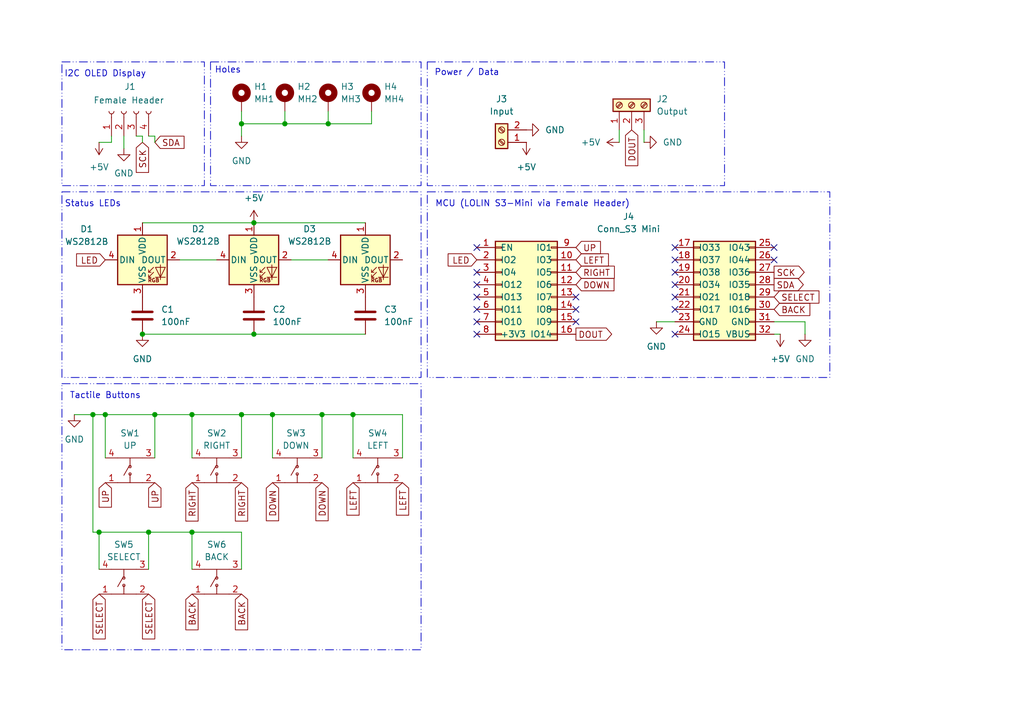
<source format=kicad_sch>
(kicad_sch (version 20250114) (generator "eeschema") (generator_version "9.0")
  (paper "A5")
  (title_block (title "System Control") (date "31.12.2025") (rev "MK2") (company "mars3142") (comment 3 "System Control Board for model railway") (comment 4 "Author: Peter Siegmund"))
  (lib_symbols
    (symbol "Connector:Conn_01x04_Socket" (pin_names (offset 1.016) (hide yes))
      (property "Reference" "J" (at 0 5.08 0))
      (property "Value" "Conn_01x04_Socket" (at 0 -7.62 0))
      (symbol "Conn_01x04_Socket_1_1"
        (polyline (pts (xy -1.27 2.54) (xy -0.508 2.54)) (stroke (width 0.1524)))
        (polyline (pts (xy -1.27 0) (xy -0.508 0)) (stroke (width 0.1524)))
        (polyline (pts (xy -1.27 -2.54) (xy -0.508 -2.54)) (stroke (width 0.1524)))
        (polyline (pts (xy -1.27 -5.08) (xy -0.508 -5.08)) (stroke (width 0.1524)))
        (arc (start 0 2.032) (mid -0.5058 2.54) (end 0 3.048) (stroke (width 0.1524)))
        (arc (start 0 -0.508) (mid -0.5058 0) (end 0 0.508) (stroke (width 0.1524)))
        (arc (start 0 -3.048) (mid -0.5058 -2.54) (end 0 -2.032) (stroke (width 0.1524)))
        (arc (start 0 -5.588) (mid -0.5058 -5.08) (end 0 -4.572) (stroke (width 0.1524)))
        (pin passive line (at -5.08 2.54 0) (length 3.81) (name "Pin_1") (number "1"))
        (pin passive line (at -5.08 0 0) (length 3.81) (name "Pin_2") (number "2"))
        (pin passive line (at -5.08 -2.54 0) (length 3.81) (name "Pin_3") (number "3"))
        (pin passive line (at -5.08 -5.08 0) (length 3.81) (name "Pin_4") (number "4"))
      )
    )
    (symbol "Connector:Screw_Terminal_01x02" (pin_names (offset 1.016) (hide yes))
      (property "Reference" "J" (at 0 2.54 0))
      (property "Value" "Screw_Terminal_01x02" (at 0 -5.08 0))
      (symbol "Screw_Terminal_01x02_1_1"
        (rectangle (start -1.27 1.27) (end 1.27 -3.81) (stroke (width 0.254)) (fill (type background)))
        (polyline (pts (xy -0.5334 0.3302) (xy 0.3302 -0.508)) (stroke (width 0.1524)))
        (polyline (pts (xy -0.5334 -2.2098) (xy 0.3302 -3.048)) (stroke (width 0.1524)))
        (polyline (pts (xy -0.3556 0.508) (xy 0.508 -0.3302)) (stroke (width 0.1524)))
        (polyline (pts (xy -0.3556 -2.032) (xy 0.508 -2.8702)) (stroke (width 0.1524)))
        (circle (center 0 0) (radius 0.635) (stroke (width 0.1524)))
        (circle (center 0 -2.54) (radius 0.635) (stroke (width 0.1524)))
        (pin passive line (at -5.08 0 0) (length 3.81) (name "Pin_1") (number "1"))
        (pin passive line (at -5.08 -2.54 0) (length 3.81) (name "Pin_2") (number "2"))
      )
    )
    (symbol "Connector:Screw_Terminal_01x03" (pin_names (offset 1.016) (hide yes))
      (property "Reference" "J" (at 0 5.08 0))
      (property "Value" "Screw_Terminal_01x03" (at 0 -5.08 0))
      (symbol "Screw_Terminal_01x03_1_1"
        (rectangle (start -1.27 3.81) (end 1.27 -3.81) (stroke (width 0.254)) (fill (type background)))
        (polyline (pts (xy -0.5334 2.8702) (xy 0.3302 2.032)) (stroke (width 0.1524)))
        (polyline (pts (xy -0.5334 0.3302) (xy 0.3302 -0.508)) (stroke (width 0.1524)))
        (polyline (pts (xy -0.5334 -2.2098) (xy 0.3302 -3.048)) (stroke (width 0.1524)))
        (polyline (pts (xy -0.3556 3.048) (xy 0.508 2.2098)) (stroke (width 0.1524)))
        (polyline (pts (xy -0.3556 0.508) (xy 0.508 -0.3302)) (stroke (width 0.1524)))
        (polyline (pts (xy -0.3556 -2.032) (xy 0.508 -2.8702)) (stroke (width 0.1524)))
        (circle (center 0 2.54) (radius 0.635) (stroke (width 0.1524)))
        (circle (center 0 0) (radius 0.635) (stroke (width 0.1524)))
        (circle (center 0 -2.54) (radius 0.635) (stroke (width 0.1524)))
        (pin passive line (at -5.08 2.54 0) (length 3.81) (name "Pin_1") (number "1"))
        (pin passive line (at -5.08 0 0) (length 3.81) (name "Pin_2") (number "2"))
        (pin passive line (at -5.08 -2.54 0) (length 3.81) (name "Pin_3") (number "3"))
      )
    )
    (symbol "Device:C" (pin_numbers (hide yes)) (pin_names (offset 0.254))
      (property "Reference" "C" (at 0.635 2.54 0))
      (property "Value" "C" (at 0.635 -2.54 0))
      (symbol "C_0_1"
        (polyline (pts (xy -2.032 0.762) (xy 2.032 0.762)) (stroke (width 0.508)))
        (polyline (pts (xy -2.032 -0.762) (xy 2.032 -0.762)) (stroke (width 0.508)))
      )
      (symbol "C_1_1"
        (pin passive line (at 0 3.81 270) (length 2.794) (name "~") (number "1"))
        (pin passive line (at 0 -3.81 90) (length 2.794) (name "~") (number "2"))
      )
    )
    (symbol "K2-6639DP-B4SW-04_1" (pin_names (hide yes))
      (property "Reference" "KEY" (at 0 7.62 0))
      (property "Value" "K2-6639DP-B4SW-04" (at 0 -7.62 0))
      (symbol "K2-6639DP-B4SW-04_1_0_1"
        (polyline (pts (xy -2.54 -2.54) (xy 2.54 -2.54)))
        (polyline (pts (xy -1.27 -1.02) (xy -0.25 0.76)))
        (polyline (pts (xy 0 2.54) (xy 0 0.76)))
        (circle (center 0 0.76) (radius 0.25))
        (circle (center 0 -0.76) (radius 0.25))
        (polyline (pts (xy 0 -1.52) (xy 0 -0.76)))
        (polyline (pts (xy 0 -2.54) (xy 0 -1.52)))
        (polyline (pts (xy 2.54 2.54) (xy -2.54 2.54)))
        (pin unspecified line (at -5.08 2.54 0) (length 2.54) (name "4") (number "4"))
        (pin unspecified line (at -5.08 -2.54 0) (length 2.54) (name "1") (number "1"))
        (pin unspecified line (at 5.08 2.54 180) (length 2.54) (name "3") (number "3"))
        (pin unspecified line (at 5.08 -2.54 180) (length 2.54) (name "2") (number "2"))
      )
    )
    (symbol "K2-6639DP-B4SW-04_2" (pin_names (hide yes))
      (property "Reference" "KEY" (at 0 7.62 0))
      (property "Value" "K2-6639DP-B4SW-04" (at 0 -7.62 0))
      (symbol "K2-6639DP-B4SW-04_2_0_1"
        (polyline (pts (xy -2.54 -2.54) (xy 2.54 -2.54)))
        (polyline (pts (xy -1.27 -1.02) (xy -0.25 0.76)))
        (polyline (pts (xy 0 2.54) (xy 0 0.76)))
        (circle (center 0 0.76) (radius 0.25))
        (circle (center 0 -0.76) (radius 0.25))
        (polyline (pts (xy 0 -1.52) (xy 0 -0.76)))
        (polyline (pts (xy 0 -2.54) (xy 0 -1.52)))
        (polyline (pts (xy 2.54 2.54) (xy -2.54 2.54)))
        (pin unspecified line (at -5.08 2.54 0) (length 2.54) (name "4") (number "4"))
        (pin unspecified line (at -5.08 -2.54 0) (length 2.54) (name "1") (number "1"))
        (pin unspecified line (at 5.08 2.54 180) (length 2.54) (name "3") (number "3"))
        (pin unspecified line (at 5.08 -2.54 180) (length 2.54) (name "2") (number "2"))
      )
    )
    (symbol "K2-6639DP-B4SW-04_3" (pin_names (hide yes))
      (property "Reference" "KEY" (at 0 7.62 0))
      (property "Value" "K2-6639DP-B4SW-04" (at 0 -7.62 0))
      (symbol "K2-6639DP-B4SW-04_3_0_1"
        (polyline (pts (xy -2.54 -2.54) (xy 2.54 -2.54)))
        (polyline (pts (xy -1.27 -1.02) (xy -0.25 0.76)))
        (polyline (pts (xy 0 2.54) (xy 0 0.76)))
        (circle (center 0 0.76) (radius 0.25))
        (circle (center 0 -0.76) (radius 0.25))
        (polyline (pts (xy 0 -1.52) (xy 0 -0.76)))
        (polyline (pts (xy 0 -2.54) (xy 0 -1.52)))
        (polyline (pts (xy 2.54 2.54) (xy -2.54 2.54)))
        (pin unspecified line (at -5.08 2.54 0) (length 2.54) (name "4") (number "4"))
        (pin unspecified line (at -5.08 -2.54 0) (length 2.54) (name "1") (number "1"))
        (pin unspecified line (at 5.08 2.54 180) (length 2.54) (name "3") (number "3"))
        (pin unspecified line (at 5.08 -2.54 180) (length 2.54) (name "2") (number "2"))
      )
    )
    (symbol "K2-6639DP-B4SW-04_4" (pin_names (hide yes))
      (property "Reference" "KEY" (at 0 7.62 0))
      (property "Value" "K2-6639DP-B4SW-04" (at 0 -7.62 0))
      (symbol "K2-6639DP-B4SW-04_4_0_1"
        (polyline (pts (xy -2.54 -2.54) (xy 2.54 -2.54)))
        (polyline (pts (xy -1.27 -1.02) (xy -0.25 0.76)))
        (polyline (pts (xy 0 2.54) (xy 0 0.76)))
        (circle (center 0 0.76) (radius 0.25))
        (circle (center 0 -0.76) (radius 0.25))
        (polyline (pts (xy 0 -1.52) (xy 0 -0.76)))
        (polyline (pts (xy 0 -2.54) (xy 0 -1.52)))
        (polyline (pts (xy 2.54 2.54) (xy -2.54 2.54)))
        (pin unspecified line (at -5.08 2.54 0) (length 2.54) (name "4") (number "4"))
        (pin unspecified line (at -5.08 -2.54 0) (length 2.54) (name "1") (number "1"))
        (pin unspecified line (at 5.08 2.54 180) (length 2.54) (name "3") (number "3"))
        (pin unspecified line (at 5.08 -2.54 180) (length 2.54) (name "2") (number "2"))
      )
    )
    (symbol "K2-6639DP-B4SW-04_5" (pin_names (hide yes))
      (property "Reference" "KEY" (at 0 7.62 0))
      (property "Value" "K2-6639DP-B4SW-04" (at 0 -7.62 0))
      (symbol "K2-6639DP-B4SW-04_5_0_1"
        (polyline (pts (xy -2.54 -2.54) (xy 2.54 -2.54)))
        (polyline (pts (xy -1.27 -1.02) (xy -0.25 0.76)))
        (polyline (pts (xy 0 2.54) (xy 0 0.76)))
        (circle (center 0 0.76) (radius 0.25))
        (circle (center 0 -0.76) (radius 0.25))
        (polyline (pts (xy 0 -1.52) (xy 0 -0.76)))
        (polyline (pts (xy 0 -2.54) (xy 0 -1.52)))
        (polyline (pts (xy 2.54 2.54) (xy -2.54 2.54)))
        (pin unspecified line (at -5.08 2.54 0) (length 2.54) (name "4") (number "4"))
        (pin unspecified line (at -5.08 -2.54 0) (length 2.54) (name "1") (number "1"))
        (pin unspecified line (at 5.08 2.54 180) (length 2.54) (name "3") (number "3"))
        (pin unspecified line (at 5.08 -2.54 180) (length 2.54) (name "2") (number "2"))
      )
    )
    (symbol "LED:WS2812B" (pin_names (offset 0.254))
      (property "Reference" "D" (at 5.08 5.715 0))
      (property "Value" "WS2812B" (at 1.27 -5.715 0))
      (symbol "WS2812B_0_0"
        (text "RGB" (at 2.286 -4.191 0) (effects (font (size 0.762 0.762))))
      )
      (symbol "WS2812B_0_1"
        (polyline (pts (xy 1.27 -2.54) (xy 1.778 -2.54)))
        (polyline (pts (xy 1.27 -3.556) (xy 1.778 -3.556)))
        (polyline (pts (xy 2.286 -1.524) (xy 1.27 -2.54) (xy 1.27 -2.032)))
        (polyline (pts (xy 2.286 -2.54) (xy 1.27 -3.556) (xy 1.27 -3.048)))
        (polyline (pts (xy 3.683 -1.016) (xy 3.683 -3.556) (xy 3.683 -4.064)))
        (polyline (pts (xy 4.699 -1.524) (xy 2.667 -1.524) (xy 3.683 -3.556) (xy 4.699 -1.524)))
        (polyline (pts (xy 4.699 -3.556) (xy 2.667 -3.556)))
        (rectangle (start 5.08 5.08) (end -5.08 -5.08) (stroke (width 0.254)) (fill (type background)))
      )
      (symbol "WS2812B_1_1"
        (pin input line (at -7.62 0 0) (length 2.54) (name "DIN") (number "4"))
        (pin power_in line (at 0 7.62 270) (length 2.54) (name "VDD") (number "1"))
        (pin power_in line (at 0 -7.62 90) (length 2.54) (name "VSS") (number "3"))
        (pin output line (at 7.62 0 180) (length 2.54) (name "DOUT") (number "2"))
      )
    )
    (symbol "MountingHole_Pad_1" (pin_numbers (hide yes)) (pin_names (offset 1.016) (hide yes)) (in_bom no)
      (property "Reference" "H" (at 0 6.35 0))
      (property "Value" "MountingHole_Pad" (at 0 4.445 0))
      (symbol "MountingHole_Pad_1_0_1"
        (circle (center 0 1.27) (radius 1.27) (stroke (width 1.27)))
      )
      (symbol "MountingHole_Pad_1_1_1"
        (pin input line (at 0 -2.54 90) (length 2.54) (name "1") (number "1"))
      )
    )
    (symbol "easyeda2kicad:K2-6639DP-B4SW-04" (pin_names (hide yes))
      (property "Reference" "KEY" (at 0 7.62 0))
      (property "Value" "K2-6639DP-B4SW-04" (at 0 -7.62 0))
      (symbol "K2-6639DP-B4SW-04_0_1"
        (polyline (pts (xy -2.54 -2.54) (xy 2.54 -2.54)))
        (polyline (pts (xy -1.27 -1.02) (xy -0.25 0.76)))
        (polyline (pts (xy 0 2.54) (xy 0 0.76)))
        (circle (center 0 0.76) (radius 0.25))
        (circle (center 0 -0.76) (radius 0.25))
        (polyline (pts (xy 0 -1.52) (xy 0 -0.76)))
        (polyline (pts (xy 0 -2.54) (xy 0 -1.52)))
        (polyline (pts (xy 2.54 2.54) (xy -2.54 2.54)))
        (pin unspecified line (at -5.08 2.54 0) (length 2.54) (name "4") (number "4"))
        (pin unspecified line (at -5.08 -2.54 0) (length 2.54) (name "1") (number "1"))
        (pin unspecified line (at 5.08 2.54 180) (length 2.54) (name "3") (number "3"))
        (pin unspecified line (at 5.08 -2.54 180) (length 2.54) (name "2") (number "2"))
      )
    )
    (symbol "power:+5V" (power) (pin_numbers (hide yes)) (pin_names (offset 0) (hide yes))
      (property "Value" "+5V" (at 0 3.556 0))
      (symbol "+5V_0_1"
        (polyline (pts (xy -0.762 1.27) (xy 0 2.54)))
        (polyline (pts (xy 0 2.54) (xy 0.762 1.27)))
        (polyline (pts (xy 0 0) (xy 0 2.54)))
      )
      (symbol "+5V_1_1"
        (pin power_in line (at 0 0 90) (length 0) (name "~") (number "1"))
      )
    )
    (symbol "power:GND" (power) (pin_numbers (hide yes)) (pin_names (offset 0) (hide yes))
      (property "Value" "GND" (at 0 -3.81 0))
      (symbol "GND_0_1"
        (polyline (pts (xy 0 0) (xy 0 -1.27) (xy 1.27 -1.27) (xy 0 -2.54) (xy -1.27 -1.27) (xy 0 -1.27)))
      )
      (symbol "GND_1_1"
        (pin power_in line (at 0 0 270) (length 0) (name "~") (number "1"))
      )
    )
    (symbol "wemos:Conn_S3 Mini" (pin_names (offset 1.016))
      (property "Reference" "J4" (at 0.635 13.97 0))
      (property "Value" "Conn_S3 Mini" (at 0.635 11.43 0))
      (symbol "Conn_S3 Mini_1_1"
        (rectangle (start -26.67 8.89) (end -13.97 -11.43) (stroke (width 0.254)) (fill (type background)))
        (rectangle (start -26.67 7.747) (end -25.4 7.493) (stroke (width 0.1524)))
        (rectangle (start -26.67 5.207) (end -25.4 4.953) (stroke (width 0.1524)))
        (rectangle (start -26.67 2.667) (end -25.4 2.413) (stroke (width 0.1524)))
        (rectangle (start -26.67 0.127) (end -25.4 -0.127) (stroke (width 0.1524)))
        (rectangle (start -26.67 -2.413) (end -25.4 -2.667) (stroke (width 0.1524)))
        (rectangle (start -26.67 -4.953) (end -25.4 -5.207) (stroke (width 0.1524)))
        (rectangle (start -26.67 -7.493) (end -25.4 -7.747) (stroke (width 0.1524)))
        (rectangle (start -26.67 -10.033) (end -25.4 -10.287) (stroke (width 0.1524)))
        (rectangle (start -15.24 7.747) (end -13.97 7.493) (stroke (width 0.1524)))
        (rectangle (start -13.97 5.207) (end -15.24 4.953) (stroke (width 0.1524)))
        (rectangle (start -13.97 2.667) (end -15.24 2.413) (stroke (width 0.1524)))
        (rectangle (start -13.97 0.127) (end -15.24 -0.127) (stroke (width 0.1524)))
        (rectangle (start -13.97 -2.413) (end -15.24 -2.667) (stroke (width 0.1524)))
        (rectangle (start -13.97 -4.953) (end -15.24 -5.207) (stroke (width 0.1524)))
        (rectangle (start -13.97 -7.493) (end -15.24 -7.747) (stroke (width 0.1524)))
        (rectangle (start -13.97 -10.033) (end -15.24 -10.287) (stroke (width 0.1524)))
        (rectangle (start 13.97 8.89) (end 26.67 -11.43) (stroke (width 0.254)) (fill (type background)))
        (rectangle (start 13.97 7.747) (end 15.24 7.493) (stroke (width 0.1524)))
        (rectangle (start 13.97 5.207) (end 15.24 4.953) (stroke (width 0.1524)))
        (rectangle (start 13.97 2.667) (end 15.24 2.413) (stroke (width 0.1524)))
        (rectangle (start 13.97 0.127) (end 15.24 -0.127) (stroke (width 0.1524)))
        (rectangle (start 13.97 -2.413) (end 15.24 -2.667) (stroke (width 0.1524)))
        (rectangle (start 13.97 -4.953) (end 15.24 -5.207) (stroke (width 0.1524)))
        (rectangle (start 13.97 -7.493) (end 15.24 -7.747) (stroke (width 0.1524)))
        (rectangle (start 13.97 -10.033) (end 15.24 -10.287) (stroke (width 0.1524)))
        (rectangle (start 25.4 7.747) (end 26.67 7.493) (stroke (width 0.1524)))
        (rectangle (start 25.4 5.207) (end 26.67 4.953) (stroke (width 0.1524)))
        (rectangle (start 25.4 2.667) (end 26.67 2.413) (stroke (width 0.1524)))
        (rectangle (start 25.4 0.127) (end 26.67 -0.127) (stroke (width 0.1524)))
        (rectangle (start 25.4 -2.413) (end 26.67 -2.667) (stroke (width 0.1524)))
        (rectangle (start 25.4 -4.953) (end 26.67 -5.207) (stroke (width 0.1524)))
        (rectangle (start 25.4 -7.493) (end 26.67 -7.747) (stroke (width 0.1524)))
        (rectangle (start 25.4 -10.033) (end 26.67 -10.287) (stroke (width 0.1524)))
        (pin bidirectional line (at -30.48 7.62 0) (length 3.81) (name "EN") (number "1"))
        (pin bidirectional line (at -30.48 5.08 0) (length 3.81) (name "IO2") (number "2"))
        (pin bidirectional line (at -30.48 2.54 0) (length 3.81) (name "IO4") (number "3"))
        (pin bidirectional line (at -30.48 0 0) (length 3.81) (name "IO12") (number "4"))
        (pin bidirectional line (at -30.48 -2.54 0) (length 3.81) (name "IO13") (number "5"))
        (pin bidirectional line (at -30.48 -5.08 0) (length 3.81) (name "IO11") (number "6"))
        (pin bidirectional line (at -30.48 -7.62 0) (length 3.81) (name "IO10") (number "7"))
        (pin power_in line (at -30.48 -10.16 0) (length 3.81) (name "+3V3") (number "8"))
        (pin bidirectional line (at -10.16 7.62 180) (length 3.81) (name "IO1") (number "9"))
        (pin bidirectional line (at -10.16 5.08 180) (length 3.81) (name "IO3") (number "10"))
        (pin bidirectional line (at -10.16 2.54 180) (length 3.81) (name "IO5") (number "11"))
        (pin bidirectional line (at -10.16 0 180) (length 3.81) (name "IO6") (number "12"))
        (pin bidirectional line (at -10.16 -2.54 180) (length 3.81) (name "IO7") (number "13"))
        (pin bidirectional line (at -10.16 -5.08 180) (length 3.81) (name "IO8") (number "14"))
        (pin bidirectional line (at -10.16 -7.62 180) (length 3.81) (name "IO9") (number "15"))
        (pin bidirectional line (at -10.16 -10.16 180) (length 3.81) (name "IO14") (number "16"))
        (pin bidirectional line (at 10.16 7.62 0) (length 3.81) (name "IO33") (number "17"))
        (pin bidirectional line (at 10.16 5.08 0) (length 3.81) (name "IO37") (number "18"))
        (pin bidirectional line (at 10.16 2.54 0) (length 3.81) (name "IO38") (number "19"))
        (pin bidirectional line (at 10.16 0 0) (length 3.81) (name "IO34") (number "20"))
        (pin bidirectional line (at 10.16 -2.54 0) (length 3.81) (name "IO21") (number "21"))
        (pin bidirectional line (at 10.16 -5.08 0) (length 3.81) (name "IO17") (number "22"))
        (pin power_in line (at 10.16 -7.62 0) (length 3.81) (name "GND") (number "23"))
        (pin bidirectional line (at 10.16 -10.16 0) (length 3.81) (name "IO15") (number "24"))
        (pin bidirectional line (at 30.48 7.62 180) (length 3.81) (name "IO43") (number "25"))
        (pin bidirectional line (at 30.48 5.08 180) (length 3.81) (name "IO44") (number "26"))
        (pin bidirectional line (at 30.48 2.54 180) (length 3.81) (name "IO36") (number "27"))
        (pin bidirectional line (at 30.48 0 180) (length 3.81) (name "IO35") (number "28"))
        (pin bidirectional line (at 30.48 -2.54 180) (length 3.81) (name "IO18") (number "29"))
        (pin bidirectional line (at 30.48 -5.08 180) (length 3.81) (name "IO16") (number "30"))
        (pin power_in line (at 30.48 -7.62 180) (length 3.81) (name "GND") (number "31"))
        (pin power_in line (at 30.48 -10.16 180) (length 3.81) (name "VBUS") (number "32"))
      )
    )
  )
  (rectangle (start 12.7 78.74) (end 86.36 133.35) (stroke (width 0) (type dash_dot_dot)))
  (rectangle (start 12.7 39.37) (end 86.36 77.47) (stroke (width 0) (type dash_dot_dot)))
  (rectangle (start 87.63 12.7) (end 148.59 38.1) (stroke (width 0) (type dash_dot_dot)))
  (rectangle (start 87.63 39.37) (end 170.18 77.47) (stroke (width 0) (type dash_dot_dot)))
  (rectangle (start 12.7 12.7) (end 41.91 38.1) (stroke (width 0) (type dash_dot_dot)))
  (rectangle (start 43.18 12.7) (end 86.36 38.1) (stroke (width 0) (type dash_dot_dot)))
  (text "MCU (LOLIN S3-Mini via Female Header)" (at 109.22 41.91 0) (effects (font (size 1.27 1.27))))
  (text "Holes" (at 46.736 14.478 0) (effects (font (size 1.27 1.27))))
  (text "Power / Data" (at 95.758 14.986 0) (effects (font (size 1.27 1.27))))
  (text "Status LEDs" (at 19.05 41.91 0) (effects (font (size 1.27 1.27))))
  (text "Tactile Buttons" (at 21.59 81.28 0) (effects (font (size 1.27 1.27))))
  (text "I2C OLED Display" (at 21.59 15.24 0) (effects (font (size 1.27 1.27))))
  (junction (at 52.07 45.72))
  (junction (at 29.21 68.58))
  (junction (at 49.53 25.4))
  (junction (at 30.48 109.22))
  (junction (at 39.37 109.22))
  (junction (at 39.37 85.09))
  (junction (at 72.39 85.09))
  (junction (at 66.04 85.09))
  (junction (at 67.31 25.4))
  (junction (at 19.05 85.09))
  (junction (at 55.88 85.09))
  (junction (at 49.53 85.09))
  (junction (at 21.59 85.09))
  (junction (at 31.75 85.09))
  (junction (at 20.32 109.22))
  (junction (at 52.07 68.58))
  (junction (at 58.42 25.4))
  (no_connect (at 97.79 63.5))
  (no_connect (at 138.43 68.58))
  (no_connect (at 97.79 68.58))
  (no_connect (at 138.43 63.5))
  (no_connect (at 158.75 50.8))
  (no_connect (at 97.79 66.04))
  (no_connect (at 138.43 58.42))
  (no_connect (at 138.43 55.88))
  (no_connect (at 97.79 55.88))
  (no_connect (at 97.79 60.96))
  (no_connect (at 158.75 53.34))
  (no_connect (at 97.79 50.8))
  (no_connect (at 118.11 66.04))
  (no_connect (at 138.43 50.8))
  (no_connect (at 138.43 53.34))
  (no_connect (at 118.11 63.5))
  (no_connect (at 97.79 58.42))
  (no_connect (at 138.43 60.96))
  (no_connect (at 118.11 60.96))
  (wire (pts (xy 20.32 109.22) (xy 20.32 116.84)))
  (wire (pts (xy 20.32 109.22) (xy 19.05 109.22)))
  (wire (pts (xy 58.42 25.4) (xy 67.31 25.4)))
  (wire (pts (xy 20.32 29.21) (xy 22.86 29.21)))
  (wire (pts (xy 158.75 68.58) (xy 160.02 68.58)))
  (wire (pts (xy 27.94 27.94) (xy 29.21 27.94)))
  (wire (pts (xy 21.59 85.09) (xy 31.75 85.09)))
  (wire (pts (xy 66.04 85.09) (xy 66.04 93.98)))
  (wire (pts (xy 36.83 53.34) (xy 44.45 53.34)))
  (wire (pts (xy 39.37 109.22) (xy 30.48 109.22)))
  (wire (pts (xy 39.37 109.22) (xy 39.37 116.84)))
  (wire (pts (xy 31.75 27.94) (xy 31.75 29.21)))
  (wire (pts (xy 19.05 85.09) (xy 21.59 85.09)))
  (wire (pts (xy 82.55 93.98) (xy 82.55 85.09)))
  (wire (pts (xy 127 26.67) (xy 127 29.21)))
  (wire (pts (xy 72.39 85.09) (xy 82.55 85.09)))
  (wire (pts (xy 58.42 22.86) (xy 58.42 25.4)))
  (wire (pts (xy 29.21 45.72) (xy 52.07 45.72)))
  (wire (pts (xy 49.53 109.22) (xy 39.37 109.22)))
  (wire (pts (xy 39.37 85.09) (xy 39.37 93.98)))
  (wire (pts (xy 67.31 22.86) (xy 67.31 25.4)))
  (wire (pts (xy 19.05 85.09) (xy 19.05 109.22)))
  (wire (pts (xy 49.53 25.4) (xy 58.42 25.4)))
  (wire (pts (xy 66.04 85.09) (xy 72.39 85.09)))
  (wire (pts (xy 72.39 85.09) (xy 72.39 93.98)))
  (wire (pts (xy 55.88 85.09) (xy 66.04 85.09)))
  (wire (pts (xy 59.69 53.34) (xy 67.31 53.34)))
  (wire (pts (xy 158.75 66.04) (xy 165.1 66.04)))
  (wire (pts (xy 49.53 85.09) (xy 49.53 93.98)))
  (wire (pts (xy 165.1 66.04) (xy 165.1 68.58)))
  (wire (pts (xy 39.37 85.09) (xy 49.53 85.09)))
  (wire (pts (xy 52.07 68.58) (xy 74.93 68.58)))
  (wire (pts (xy 76.2 22.86) (xy 76.2 25.4)))
  (wire (pts (xy 132.08 26.67) (xy 132.08 29.21)))
  (wire (pts (xy 22.86 27.94) (xy 22.86 29.21)))
  (wire (pts (xy 52.07 45.72) (xy 74.93 45.72)))
  (wire (pts (xy 31.75 85.09) (xy 39.37 85.09)))
  (wire (pts (xy 15.24 85.09) (xy 19.05 85.09)))
  (wire (pts (xy 134.62 66.04) (xy 138.43 66.04)))
  (wire (pts (xy 55.88 85.09) (xy 55.88 93.98)))
  (wire (pts (xy 49.53 22.86) (xy 49.53 25.4)))
  (wire (pts (xy 30.48 109.22) (xy 30.48 116.84)))
  (wire (pts (xy 29.21 68.58) (xy 52.07 68.58)))
  (wire (pts (xy 21.59 85.09) (xy 21.59 93.98)))
  (wire (pts (xy 49.53 25.4) (xy 49.53 27.94)))
  (wire (pts (xy 29.21 27.94) (xy 29.21 29.21)))
  (wire (pts (xy 49.53 85.09) (xy 55.88 85.09)))
  (wire (pts (xy 31.75 93.98) (xy 31.75 85.09)))
  (wire (pts (xy 30.48 27.94) (xy 31.75 27.94)))
  (wire (pts (xy 67.31 25.4) (xy 76.2 25.4)))
  (wire (pts (xy 49.53 116.84) (xy 49.53 109.22)))
  (wire (pts (xy 30.48 109.22) (xy 20.32 109.22)))
  (wire (pts (xy 25.4 27.94) (xy 25.4 30.48)))
  (global_label "BACK" (shape input) (at 158.75 63.5 0) (property "Intersheetrefs" "${INTERSHEET_REFS}" (effects (hide yes))))
  (global_label "BACK" (shape input) (at 49.53 121.92 270) (property "Intersheetrefs" "${INTERSHEET_REFS}" (effects (hide yes))))
  (global_label "RIGHT" (shape input) (at 49.53 99.06 270) (property "Intersheetrefs" "${INTERSHEET_REFS}" (effects (hide yes))))
  (global_label "UP" (shape input) (at 118.11 50.8 0) (property "Intersheetrefs" "${INTERSHEET_REFS}" (effects (hide yes))))
  (global_label "SELECT" (shape input) (at 30.48 121.92 270) (property "Intersheetrefs" "${INTERSHEET_REFS}" (effects (hide yes))))
  (global_label "SDA" (shape input) (at 31.75 29.21 0) (property "Intersheetrefs" "${INTERSHEET_REFS}" (effects (hide yes))))
  (global_label "LED" (shape input) (at 21.59 53.34 180) (property "Intersheetrefs" "${INTERSHEET_REFS}" (effects (hide yes))))
  (global_label "SCK" (shape input) (at 29.21 29.21 270) (property "Intersheetrefs" "${INTERSHEET_REFS}" (effects (hide yes))))
  (global_label "UP" (shape input) (at 31.75 99.06 270) (property "Intersheetrefs" "${INTERSHEET_REFS}" (effects (hide yes))))
  (global_label "LEFT" (shape input) (at 72.39 99.06 270) (property "Intersheetrefs" "${INTERSHEET_REFS}" (effects (hide yes))))
  (global_label "DOUT" (shape input) (at 129.54 26.67 270) (property "Intersheetrefs" "${INTERSHEET_REFS}" (effects (hide yes))))
  (global_label "LED" (shape input) (at 97.79 53.34 180) (property "Intersheetrefs" "${INTERSHEET_REFS}" (effects (hide yes))))
  (global_label "DOWN" (shape input) (at 66.04 99.06 270) (property "Intersheetrefs" "${INTERSHEET_REFS}" (effects (hide yes))))
  (global_label "LEFT" (shape input) (at 82.55 99.06 270) (property "Intersheetrefs" "${INTERSHEET_REFS}" (effects (hide yes))))
  (global_label "UP" (shape input) (at 21.59 99.06 270) (property "Intersheetrefs" "${INTERSHEET_REFS}" (effects (hide yes))))
  (global_label "DOUT" (shape output) (at 118.11 68.58 0) (property "Intersheetrefs" "${INTERSHEET_REFS}" (effects (hide yes))))
  (global_label "SELECT" (shape input) (at 158.75 60.96 0) (property "Intersheetrefs" "${INTERSHEET_REFS}" (effects (hide yes))))
  (global_label "BACK" (shape input) (at 39.37 121.92 270) (property "Intersheetrefs" "${INTERSHEET_REFS}" (effects (hide yes))))
  (global_label "RIGHT" (shape input) (at 118.11 55.88 0) (property "Intersheetrefs" "${INTERSHEET_REFS}" (effects (hide yes))))
  (global_label "DOWN" (shape input) (at 118.11 58.42 0) (property "Intersheetrefs" "${INTERSHEET_REFS}" (effects (hide yes))))
  (global_label "SELECT" (shape input) (at 20.32 121.92 270) (property "Intersheetrefs" "${INTERSHEET_REFS}" (effects (hide yes))))
  (global_label "SCK" (shape output) (at 158.75 55.88 0) (property "Intersheetrefs" "${INTERSHEET_REFS}" (effects (hide yes))))
  (global_label "DOWN" (shape input) (at 55.88 99.06 270) (property "Intersheetrefs" "${INTERSHEET_REFS}" (effects (hide yes))))
  (global_label "RIGHT" (shape input) (at 39.37 99.06 270) (property "Intersheetrefs" "${INTERSHEET_REFS}" (effects (hide yes))))
  (global_label "SDA" (shape output) (at 158.75 58.42 0) (property "Intersheetrefs" "${INTERSHEET_REFS}" (effects (hide yes))))
  (global_label "LEFT" (shape input) (at 118.11 53.34 0) (property "Intersheetrefs" "${INTERSHEET_REFS}" (effects (hide yes))))
  (symbol (lib_id "Device:C") (at 52.07 64.77 0) (unit 1)
    (property "Reference" "C2" (at 55.88 63.4999 0) (effects (justify left)))
    (property "Value" "100nF" (at 55.88 66.0399 0) (effects (justify left)))
    (property "Footprint" "Capacitor_SMD:C_0805_2012Metric" (effects (hide yes)))
    (property "Description" "Unpolarized capacitor" (effects (hide yes)))
  )
  (symbol (lib_id "LED:WS2812B") (at 29.21 53.34 0) (unit 1)
    (property "Reference" "D1" (at 17.78 46.99 0))
    (property "Value" "WS2812B" (at 17.78 49.6002 0))
    (property "Footprint" "LED_SMD:LED_WS2812B_PLCC4_5.0x5.0mm_P3.2mm" (effects (hide yes)))
    (property "Datasheet" "https://cdn-shop.adafruit.com/datasheets/WS2812B.pdf" (effects (hide yes)))
    (property "Description" "RGB LED with integrated controller" (effects (hide yes)))
  )
  (symbol (lib_name "MountingHole_Pad_1") (lib_id "Mechanical:MountingHole_Pad") (at 76.2 20.32 0) (unit 1) (in_bom no)
    (property "Reference" "H4" (at 78.74 17.7799 0) (effects (justify left)))
    (property "Value" "MH4" (at 78.74 20.3199 0) (effects (justify left)))
    (property "Footprint" "MountingHole:MountingHole_2.2mm_M2_Pad_Via" (effects (hide yes)))
    (property "Description" "Mounting Hole with connection" (effects (hide yes)))
  )
  (symbol (lib_name "K2-6639DP-B4SW-04_5") (lib_id "easyeda2kicad:K2-6639DP-B4SW-04") (at 25.4 119.38 0) (unit 1)
    (property "Reference" "SW5" (at 25.4 111.76 0))
    (property "Value" "SELECT" (at 25.4 114.3 0))
    (property "Footprint" "easyeda2kicad:KEY-TH_4P-L6.0-W6.0-P3.90-LS7.8" (effects (hide yes)))
    (property "Datasheet" "https://lcsc.com/product-detail/Tactile-Switches_6x6x4-5mm_C83205.html" (effects (hide yes)))
    (property "Description" "Push button switch, generic, separate symbols, four pins" (effects (hide yes)))
    (property "LCSC Part" "C83205" (effects (hide yes)))
  )
  (symbol (lib_id "power:+5V") (at 20.32 29.21 180) (unit 1)
    (property "Reference" "#PWR02" (effects (hide yes)))
    (property "Value" "+5V" (at 20.32 34.29 0))
    (property "Description" "Power symbol creates a global label with name \"+5V\"" (effects (hide yes)))
  )
  (symbol (lib_name "K2-6639DP-B4SW-04_3") (lib_id "easyeda2kicad:K2-6639DP-B4SW-04") (at 60.96 96.52 0) (unit 1)
    (property "Reference" "SW3" (at 60.706 88.9 0))
    (property "Value" "DOWN" (at 60.706 91.44 0))
    (property "Footprint" "easyeda2kicad:KEY-TH_4P-L6.0-W6.0-P3.90-LS7.8" (effects (hide yes)))
    (property "Datasheet" "https://lcsc.com/product-detail/Tactile-Switches_6x6x4-5mm_C83205.html" (effects (hide yes)))
    (property "Description" "Push button switch, generic, separate symbols, four pins" (effects (hide yes)))
    (property "LCSC Part" "C83205" (effects (hide yes)))
  )
  (symbol (lib_name "K2-6639DP-B4SW-04_1") (lib_id "easyeda2kicad:K2-6639DP-B4SW-04") (at 26.67 96.52 0) (unit 1)
    (property "Reference" "SW1" (at 26.67 88.9 0))
    (property "Value" "UP" (at 26.67 91.44 0))
    (property "Footprint" "easyeda2kicad:KEY-TH_4P-L6.0-W6.0-P3.90-LS7.8" (effects (hide yes)))
    (property "Datasheet" "https://lcsc.com/product-detail/Tactile-Switches_6x6x4-5mm_C83205.html" (effects (hide yes)))
    (property "Description" "Push button switch, generic, separate symbols, four pins" (effects (hide yes)))
    (property "LCSC Part" "C83205" (effects (hide yes)))
  )
  (symbol (lib_id "Connector:Screw_Terminal_01x03") (at 129.54 21.59 90) (unit 1)
    (property "Reference" "J2" (at 134.62 20.3199 90) (effects (justify right)))
    (property "Value" "Output" (at 134.62 22.8599 90) (effects (justify right)))
    (property "Footprint" "TerminalBlock_Phoenix:TerminalBlock_Phoenix_MKDS-1,5-3_1x03_P5.00mm_Horizontal" (effects (hide yes)))
    (property "Description" "Generic screw terminal, single row, 01x03, script generated (kicad-library-utils/schlib/autogen/connector/)" (effects (hide yes)))
    (property "LCSC Part" "C5188435" (effects (hide yes)))
  )
  (symbol (lib_id "power:GND") (at 29.21 68.58 0) (unit 1)
    (property "Reference" "#PWR010" (effects (hide yes)))
    (property "Value" "GND" (at 29.21 73.66 0))
    (property "Description" "Power symbol creates a global label with name \"GND\" , ground" (effects (hide yes)))
  )
  (symbol (lib_id "power:GND") (at 132.08 29.21 90) (unit 1)
    (property "Reference" "#PWR07" (effects (hide yes)))
    (property "Value" "GND" (at 135.89 29.21 90) (effects (justify right)))
    (property "Description" "Power symbol creates a global label with name \"GND\" , ground" (effects (hide yes)))
  )
  (symbol (lib_id "power:+5V") (at 107.95 29.21 180) (unit 1)
    (property "Reference" "#PWR05" (effects (hide yes)))
    (property "Value" "+5V" (at 107.95 34.29 0))
    (property "Description" "Power symbol creates a global label with name \"+5V\"" (effects (hide yes)))
  )
  (symbol (lib_id "power:GND") (at 49.53 27.94 0) (unit 1)
    (property "Reference" "#PWR03" (effects (hide yes)))
    (property "Value" "GND" (at 49.53 33.02 0))
    (property "Description" "Power symbol creates a global label with name \"GND\" , ground" (effects (hide yes)))
  )
  (symbol (lib_name "MountingHole_Pad_1") (lib_id "Mechanical:MountingHole_Pad") (at 49.53 20.32 0) (unit 1) (in_bom no)
    (property "Reference" "H1" (at 52.07 17.7799 0) (effects (justify left)))
    (property "Value" "MH1" (at 52.07 20.3199 0) (effects (justify left)))
    (property "Footprint" "MountingHole:MountingHole_2.2mm_M2_Pad_Via" (effects (hide yes)))
    (property "Description" "Mounting Hole with connection" (effects (hide yes)))
  )
  (symbol (lib_id "Device:C") (at 74.93 64.77 0) (unit 1)
    (property "Reference" "C3" (at 78.74 63.4999 0) (effects (justify left)))
    (property "Value" "100nF" (at 78.74 66.0399 0) (effects (justify left)))
    (property "Footprint" "Capacitor_SMD:C_0805_2012Metric" (effects (hide yes)))
    (property "Description" "Unpolarized capacitor" (effects (hide yes)))
  )
  (symbol (lib_id "power:GND") (at 15.24 85.09 0) (unit 1)
    (property "Reference" "#PWR013" (effects (hide yes)))
    (property "Value" "GND" (at 15.24 90.17 0))
    (property "Description" "Power symbol creates a global label with name \"GND\" , ground" (effects (hide yes)))
  )
  (symbol (lib_id "wemos:Conn_S3 Mini") (at 128.27 58.42 0) (unit 1)
    (property "Reference" "J4" (at 128.905 44.45 0))
    (property "Value" "Conn_S3 Mini" (at 128.905 46.99 0))
    (property "Footprint" "wemos:PinSocket_S3 Mini" (effects (hide yes)))
    (property "Description" "Connector for S3 Mini" (effects (hide yes)))
    (property "LCSC Part" "C18722935" (effects (hide yes)))
  )
  (symbol (lib_id "power:GND") (at 165.1 68.58 0) (unit 1)
    (property "Reference" "#PWR012" (effects (hide yes)))
    (property "Value" "GND" (at 165.1 73.66 0))
    (property "Description" "Power symbol creates a global label with name \"GND\" , ground" (effects (hide yes)))
  )
  (symbol (lib_id "power:GND") (at 25.4 30.48 0) (unit 1)
    (property "Reference" "#PWR04" (effects (hide yes)))
    (property "Value" "GND" (at 25.4 35.56 0))
    (property "Description" "Power symbol creates a global label with name \"GND\" , ground" (effects (hide yes)))
  )
  (symbol (lib_name "K2-6639DP-B4SW-04_2") (lib_id "easyeda2kicad:K2-6639DP-B4SW-04") (at 44.45 96.52 0) (unit 1)
    (property "Reference" "SW2" (at 44.45 88.9 0))
    (property "Value" "RIGHT" (at 44.45 91.44 0))
    (property "Footprint" "easyeda2kicad:KEY-TH_4P-L6.0-W6.0-P3.90-LS7.8" (effects (hide yes)))
    (property "Datasheet" "https://lcsc.com/product-detail/Tactile-Switches_6x6x4-5mm_C83205.html" (effects (hide yes)))
    (property "Description" "Push button switch, generic, separate symbols, four pins" (effects (hide yes)))
    (property "LCSC Part" "C83205" (effects (hide yes)))
  )
  (symbol (lib_name "MountingHole_Pad_1") (lib_id "Mechanical:MountingHole_Pad") (at 58.42 20.32 0) (unit 1) (in_bom no)
    (property "Reference" "H2" (at 60.96 17.7799 0) (effects (justify left)))
    (property "Value" "MH2" (at 60.96 20.3199 0) (effects (justify left)))
    (property "Footprint" "MountingHole:MountingHole_2.2mm_M2_Pad_Via" (effects (hide yes)))
    (property "Description" "Mounting Hole with connection" (effects (hide yes)))
  )
  (symbol (lib_id "LED:WS2812B") (at 74.93 53.34 0) (unit 1)
    (property "Reference" "D3" (at 63.5 46.99 0))
    (property "Value" "WS2812B" (at 63.5 49.53 0))
    (property "Footprint" "LED_SMD:LED_WS2812B_PLCC4_5.0x5.0mm_P3.2mm" (effects (hide yes)))
    (property "Datasheet" "https://cdn-shop.adafruit.com/datasheets/WS2812B.pdf" (effects (hide yes)))
    (property "Description" "RGB LED with integrated controller" (effects (hide yes)))
  )
  (symbol (lib_id "power:+5V") (at 160.02 68.58 180) (unit 1)
    (property "Reference" "#PWR011" (effects (hide yes)))
    (property "Value" "+5V" (at 160.02 73.66 0))
    (property "Description" "Power symbol creates a global label with name \"+5V\"" (effects (hide yes)))
  )
  (symbol (lib_id "power:+5V") (at 52.07 45.72 0) (unit 1)
    (property "Reference" "#PWR08" (effects (hide yes)))
    (property "Value" "+5V" (at 52.07 40.64 0))
    (property "Description" "Power symbol creates a global label with name \"+5V\"" (effects (hide yes)))
  )
  (symbol (lib_id "power:GND") (at 107.95 26.67 90) (unit 1)
    (property "Reference" "#PWR01" (effects (hide yes)))
    (property "Value" "GND" (at 111.76 26.6699 90) (effects (justify right)))
    (property "Description" "Power symbol creates a global label with name \"GND\" , ground" (effects (hide yes)))
  )
  (symbol (lib_id "Connector:Screw_Terminal_01x02") (at 102.87 29.21 180) (unit 1)
    (property "Reference" "J3" (at 102.87 20.32 0))
    (property "Value" "Input" (at 102.87 22.86 0))
    (property "Footprint" "TerminalBlock_Phoenix:TerminalBlock_Phoenix_MKDS-1,5-2_1x02_P5.00mm_Horizontal" (effects (hide yes)))
    (property "Description" "Generic screw terminal, single row, 01x02, script generated (kicad-library-utils/schlib/autogen/connector/)" (effects (hide yes)))
    (property "LCSC Part" "C5188434" (effects (hide yes)))
  )
  (symbol (lib_id "Device:C") (at 29.21 64.77 0) (unit 1)
    (property "Reference" "C1" (at 33.02 63.4999 0) (effects (justify left)))
    (property "Value" "100nF" (at 33.02 66.0399 0) (effects (justify left)))
    (property "Footprint" "Capacitor_SMD:C_0805_2012Metric" (effects (hide yes)))
    (property "Description" "Unpolarized capacitor" (effects (hide yes)))
  )
  (symbol (lib_id "power:+5V") (at 127 29.21 90) (unit 1)
    (property "Reference" "#PWR06" (effects (hide yes)))
    (property "Value" "+5V" (at 123.19 29.2099 90) (effects (justify left)))
    (property "Description" "Power symbol creates a global label with name \"+5V\"" (effects (hide yes)))
  )
  (symbol (lib_id "power:GND") (at 134.62 66.04 0) (unit 1)
    (property "Reference" "#PWR09" (effects (hide yes)))
    (property "Value" "GND" (at 134.62 71.12 0))
    (property "Description" "Power symbol creates a global label with name \"GND\" , ground" (effects (hide yes)))
  )
  (symbol (lib_name "MountingHole_Pad_1") (lib_id "Mechanical:MountingHole_Pad") (at 67.31 20.32 0) (unit 1) (in_bom no)
    (property "Reference" "H3" (at 69.85 17.7799 0) (effects (justify left)))
    (property "Value" "MH3" (at 69.85 20.3199 0) (effects (justify left)))
    (property "Footprint" "MountingHole:MountingHole_2.2mm_M2_Pad_Via" (effects (hide yes)))
    (property "Description" "Mounting Hole with connection" (effects (hide yes)))
  )
  (symbol (lib_id "Connector:Conn_01x04_Socket") (at 25.4 22.86 90) (unit 1)
    (property "Reference" "J1" (at 26.67 17.78 90))
    (property "Value" "Female Header" (at 26.416 20.574 90))
    (property "Footprint" "Connector_PinSocket_2.54mm:PinSocket_1x04_P2.54mm_Vertical" (effects (hide yes)))
    (property "Description" "Generic connector, single row, 01x04, script generated" (effects (hide yes)))
    (property "LCSC" "C5116530" (effects (hide yes)))
  )
  (symbol (lib_id "easyeda2kicad:K2-6639DP-B4SW-04") (at 44.45 119.38 0) (unit 1)
    (property "Reference" "SW6" (at 44.45 111.76 0))
    (property "Value" "BACK" (at 44.45 114.3 0))
    (property "Footprint" "easyeda2kicad:KEY-TH_4P-L6.0-W6.0-P3.90-LS7.8" (effects (hide yes)))
    (property "Datasheet" "https://lcsc.com/product-detail/Tactile-Switches_6x6x4-5mm_C83205.html" (effects (hide yes)))
    (property "Description" "Push button switch, generic, separate symbols, four pins" (effects (hide yes)))
    (property "LCSC Part" "C83205" (effects (hide yes)))
  )
  (symbol (lib_id "LED:WS2812B") (at 52.07 53.34 0) (unit 1)
    (property "Reference" "D2" (at 40.64 46.99 0))
    (property "Value" "WS2812B" (at 40.64 49.53 0))
    (property "Footprint" "LED_SMD:LED_WS2812B_PLCC4_5.0x5.0mm_P3.2mm" (effects (hide yes)))
    (property "Datasheet" "https://cdn-shop.adafruit.com/datasheets/WS2812B.pdf" (effects (hide yes)))
    (property "Description" "RGB LED with integrated controller" (effects (hide yes)))
  )
  (symbol (lib_name "K2-6639DP-B4SW-04_4") (lib_id "easyeda2kicad:K2-6639DP-B4SW-04") (at 77.47 96.52 0) (unit 1)
    (property "Reference" "SW4" (at 77.47 88.9 0))
    (property "Value" "LEFT" (at 77.47 91.44 0))
    (property "Footprint" "easyeda2kicad:KEY-TH_4P-L6.0-W6.0-P3.90-LS7.8" (effects (hide yes)))
    (property "Datasheet" "https://lcsc.com/product-detail/Tactile-Switches_6x6x4-5mm_C83205.html" (effects (hide yes)))
    (property "Description" "Push button switch, generic, separate symbols, four pins" (effects (hide yes)))
    (property "LCSC" "C83205" (effects (hide yes)))
    (property "LCSC Part" "C83205" (effects (hide yes)))
  )
)
</source>
